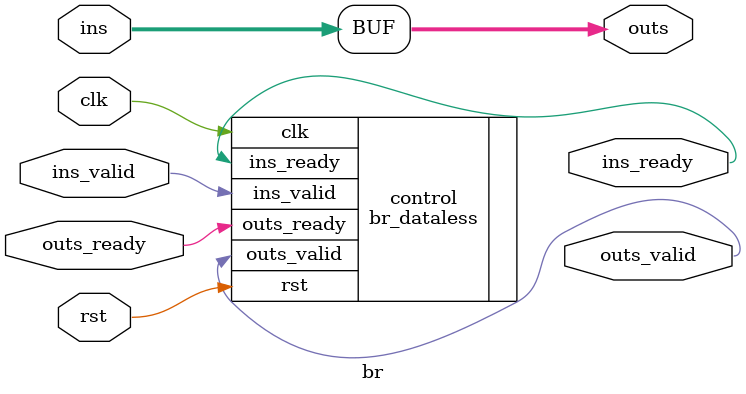
<source format=v>
`timescale 1ns/1ps
module br #(
	parameter DATA_TYPE = 32 // Default bit width set to 32
)(
	input clk,
	input rst,
  // Input Channel
	input [DATA_TYPE - 1 : 0] ins,   
	input ins_valid,
  output ins_ready,
  // Output Channel 	
  output [DATA_TYPE - 1 : 0] outs,
  output outs_valid	,
	input outs_ready			        
);

	br_dataless control (
		.clk        (clk       ),
		.rst        (rst       ),
		.ins_valid  (ins_valid ),
    .ins_ready  (ins_ready ),
		.outs_valid (outs_valid),
		.outs_ready (outs_ready)
	);
	
	assign outs = ins;

endmodule

</source>
